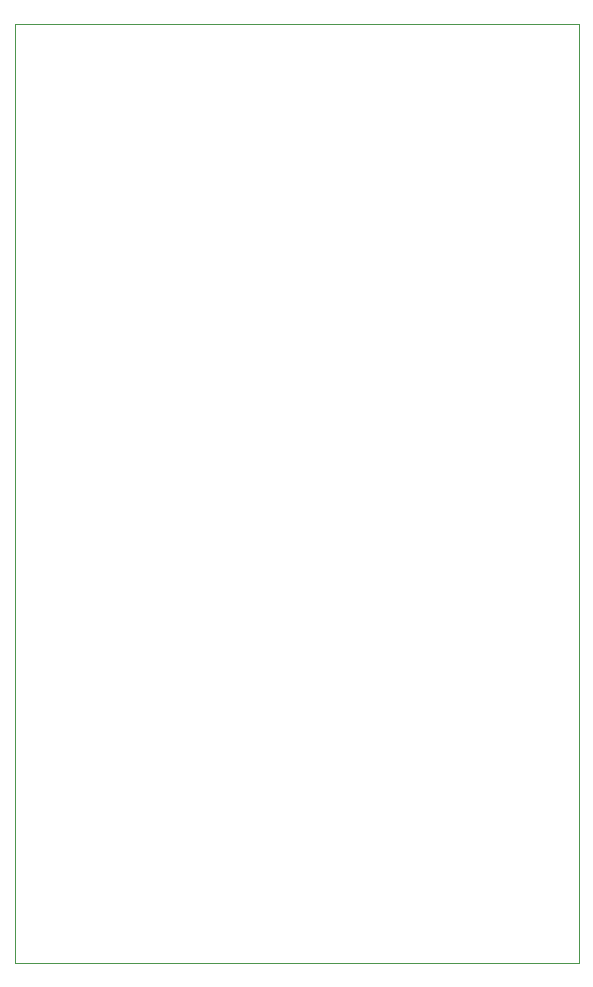
<source format=gbr>
%TF.GenerationSoftware,KiCad,Pcbnew,(6.0.4)*%
%TF.CreationDate,2022-07-04T19:49:19+02:00*%
%TF.ProjectId,NDS Card Reader,4e445320-4361-4726-9420-526561646572,rev?*%
%TF.SameCoordinates,Original*%
%TF.FileFunction,Profile,NP*%
%FSLAX46Y46*%
G04 Gerber Fmt 4.6, Leading zero omitted, Abs format (unit mm)*
G04 Created by KiCad (PCBNEW (6.0.4)) date 2022-07-04 19:49:19*
%MOMM*%
%LPD*%
G01*
G04 APERTURE LIST*
%TA.AperFunction,Profile*%
%ADD10C,0.100000*%
%TD*%
G04 APERTURE END LIST*
D10*
X125730000Y-158242000D02*
X173482000Y-158242000D01*
X173482000Y-158242000D02*
X173482000Y-78740000D01*
X173482000Y-78740000D02*
X125730000Y-78740000D01*
X125730000Y-78740000D02*
X125730000Y-158242000D01*
M02*

</source>
